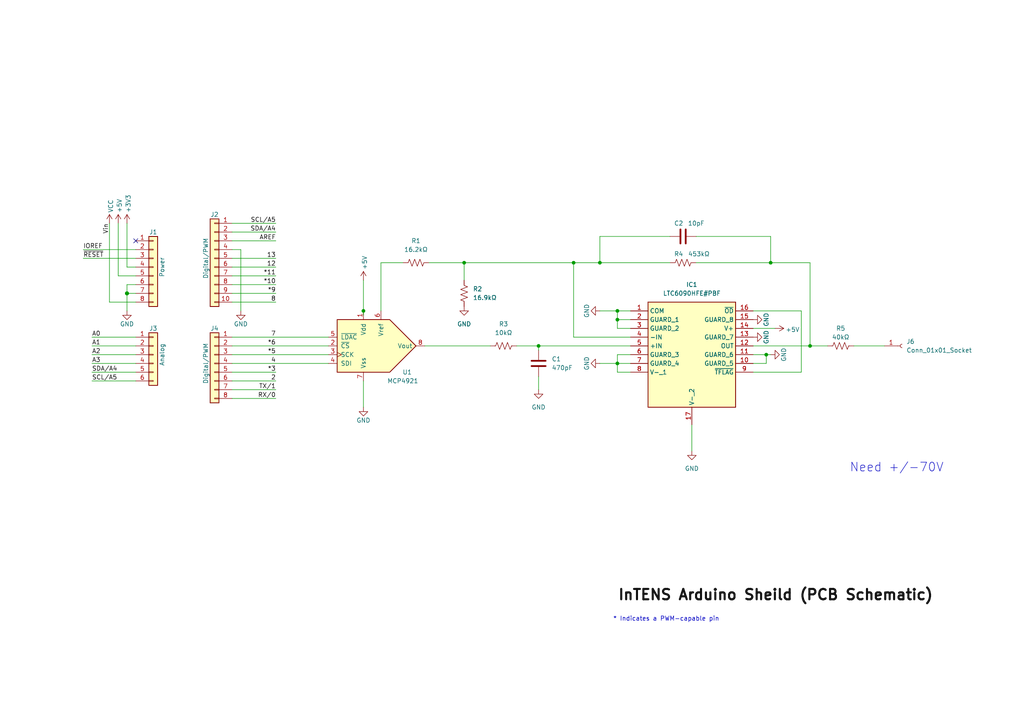
<source format=kicad_sch>
(kicad_sch (version 20230121) (generator eeschema)
  (paper "A4")
  (title_block (date "mar. 31 mars 2015"))
  (lib_symbols
    (symbol "Analog_DAC:MCP4921" (pin_names (offset 1.016))
      (property "Reference" "U" (at 6.35 10.795 0))
      (property "Value" "MCP4921" (at 6.35 8.89 0))
      (symbol "MCP4921_0_0"
        (polyline (pts (xy 15.24 0) (xy 7.62 7.62) (xy -7.62 7.62) (xy -7.62 -7.62) (xy 7.62 -7.62) (xy 15.24 0)) (stroke (width 0.254)) (fill (type background)))
      )
      (symbol "MCP4921_1_1"
        (pin power_in line (at 0 10.16 270) (length 2.54) (name "Vdd") (number "1"))
        (pin input line (at -10.16 0 0) (length 2.54) (name "~{CS}") (number "2"))
        (pin input clock (at -10.16 -2.54 0) (length 2.54) (name "SCK") (number "3"))
        (pin input line (at -10.16 -5.08 0) (length 2.54) (name "SDI") (number "4"))
        (pin input line (at -10.16 2.54 0) (length 2.54) (name "~{LDAC}") (number "5"))
        (pin power_in line (at 5.08 10.16 270) (length 2.54) (name "Vref") (number "6"))
        (pin power_in line (at 0 -10.16 90) (length 2.54) (name "Vss") (number "7"))
        (pin output line (at 17.78 0 180) (length 2.54) (name "Vout") (number "8"))
      )
    )
    (symbol "Connector:Conn_01x01_Socket" (pin_names (offset 1.016) hide)
      (property "Reference" "J" (at 0 2.54 0))
      (property "Value" "Conn_01x01_Socket" (at 0 -2.54 0))
      (symbol "Conn_01x01_Socket_1_1"
        (polyline (pts (xy -1.27 0) (xy -0.508 0)) (stroke (width 0.1524)))
        (arc (start 0 0.508) (mid -0.5058 0) (end 0 -0.508) (stroke (width 0.1524)))
        (pin passive line (at -5.08 0 0) (length 3.81) (name "Pin_1") (number "1"))
      )
    )
    (symbol "Connector_Generic:Conn_01x06" (pin_names (offset 1.016) hide)
      (property "Reference" "J" (at 0 7.62 0))
      (property "Value" "Conn_01x06" (at 0 -10.16 0))
      (symbol "Conn_01x06_1_1"
        (rectangle (start -1.27 -7.493) (end 0 -7.747) (stroke (width 0.1524)))
        (rectangle (start -1.27 -4.953) (end 0 -5.207) (stroke (width 0.1524)))
        (rectangle (start -1.27 -2.413) (end 0 -2.667) (stroke (width 0.1524)))
        (rectangle (start -1.27 0.127) (end 0 -0.127) (stroke (width 0.1524)))
        (rectangle (start -1.27 2.667) (end 0 2.413) (stroke (width 0.1524)))
        (rectangle (start -1.27 5.207) (end 0 4.953) (stroke (width 0.1524)))
        (rectangle (start -1.27 6.35) (end 1.27 -8.89) (stroke (width 0.254)) (fill (type background)))
        (pin passive line (at -5.08 5.08 0) (length 3.81) (name "Pin_1") (number "1"))
        (pin passive line (at -5.08 2.54 0) (length 3.81) (name "Pin_2") (number "2"))
        (pin passive line (at -5.08 0 0) (length 3.81) (name "Pin_3") (number "3"))
        (pin passive line (at -5.08 -2.54 0) (length 3.81) (name "Pin_4") (number "4"))
        (pin passive line (at -5.08 -5.08 0) (length 3.81) (name "Pin_5") (number "5"))
        (pin passive line (at -5.08 -7.62 0) (length 3.81) (name "Pin_6") (number "6"))
      )
    )
    (symbol "Connector_Generic:Conn_01x08" (pin_names (offset 1.016) hide)
      (property "Reference" "J" (at 0 10.16 0))
      (property "Value" "Conn_01x08" (at 0 -12.7 0))
      (symbol "Conn_01x08_1_1"
        (rectangle (start -1.27 -10.033) (end 0 -10.287) (stroke (width 0.1524)))
        (rectangle (start -1.27 -7.493) (end 0 -7.747) (stroke (width 0.1524)))
        (rectangle (start -1.27 -4.953) (end 0 -5.207) (stroke (width 0.1524)))
        (rectangle (start -1.27 -2.413) (end 0 -2.667) (stroke (width 0.1524)))
        (rectangle (start -1.27 0.127) (end 0 -0.127) (stroke (width 0.1524)))
        (rectangle (start -1.27 2.667) (end 0 2.413) (stroke (width 0.1524)))
        (rectangle (start -1.27 5.207) (end 0 4.953) (stroke (width 0.1524)))
        (rectangle (start -1.27 7.747) (end 0 7.493) (stroke (width 0.1524)))
        (rectangle (start -1.27 8.89) (end 1.27 -11.43) (stroke (width 0.254)) (fill (type background)))
        (pin passive line (at -5.08 7.62 0) (length 3.81) (name "Pin_1") (number "1"))
        (pin passive line (at -5.08 5.08 0) (length 3.81) (name "Pin_2") (number "2"))
        (pin passive line (at -5.08 2.54 0) (length 3.81) (name "Pin_3") (number "3"))
        (pin passive line (at -5.08 0 0) (length 3.81) (name "Pin_4") (number "4"))
        (pin passive line (at -5.08 -2.54 0) (length 3.81) (name "Pin_5") (number "5"))
        (pin passive line (at -5.08 -5.08 0) (length 3.81) (name "Pin_6") (number "6"))
        (pin passive line (at -5.08 -7.62 0) (length 3.81) (name "Pin_7") (number "7"))
        (pin passive line (at -5.08 -10.16 0) (length 3.81) (name "Pin_8") (number "8"))
      )
    )
    (symbol "Connector_Generic:Conn_01x10" (pin_names (offset 1.016) hide)
      (property "Reference" "J" (at 0 12.7 0))
      (property "Value" "Conn_01x10" (at 0 -15.24 0))
      (symbol "Conn_01x10_1_1"
        (rectangle (start -1.27 -12.573) (end 0 -12.827) (stroke (width 0.1524)))
        (rectangle (start -1.27 -10.033) (end 0 -10.287) (stroke (width 0.1524)))
        (rectangle (start -1.27 -7.493) (end 0 -7.747) (stroke (width 0.1524)))
        (rectangle (start -1.27 -4.953) (end 0 -5.207) (stroke (width 0.1524)))
        (rectangle (start -1.27 -2.413) (end 0 -2.667) (stroke (width 0.1524)))
        (rectangle (start -1.27 0.127) (end 0 -0.127) (stroke (width 0.1524)))
        (rectangle (start -1.27 2.667) (end 0 2.413) (stroke (width 0.1524)))
        (rectangle (start -1.27 5.207) (end 0 4.953) (stroke (width 0.1524)))
        (rectangle (start -1.27 7.747) (end 0 7.493) (stroke (width 0.1524)))
        (rectangle (start -1.27 10.287) (end 0 10.033) (stroke (width 0.1524)))
        (rectangle (start -1.27 11.43) (end 1.27 -13.97) (stroke (width 0.254)) (fill (type background)))
        (pin passive line (at -5.08 10.16 0) (length 3.81) (name "Pin_1") (number "1"))
        (pin passive line (at -5.08 -12.7 0) (length 3.81) (name "Pin_10") (number "10"))
        (pin passive line (at -5.08 7.62 0) (length 3.81) (name "Pin_2") (number "2"))
        (pin passive line (at -5.08 5.08 0) (length 3.81) (name "Pin_3") (number "3"))
        (pin passive line (at -5.08 2.54 0) (length 3.81) (name "Pin_4") (number "4"))
        (pin passive line (at -5.08 0 0) (length 3.81) (name "Pin_5") (number "5"))
        (pin passive line (at -5.08 -2.54 0) (length 3.81) (name "Pin_6") (number "6"))
        (pin passive line (at -5.08 -5.08 0) (length 3.81) (name "Pin_7") (number "7"))
        (pin passive line (at -5.08 -7.62 0) (length 3.81) (name "Pin_8") (number "8"))
        (pin passive line (at -5.08 -10.16 0) (length 3.81) (name "Pin_9") (number "9"))
      )
    )
    (symbol "Device:C" (pin_numbers hide) (pin_names (offset 0.254))
      (property "Reference" "C" (at 0.635 2.54 0))
      (property "Value" "C" (at 0.635 -2.54 0))
      (symbol "C_0_1"
        (polyline (pts (xy -2.032 -0.762) (xy 2.032 -0.762)) (stroke (width 0.508)))
        (polyline (pts (xy -2.032 0.762) (xy 2.032 0.762)) (stroke (width 0.508)))
      )
      (symbol "C_1_1"
        (pin passive line (at 0 3.81 270) (length 2.794) (name "~") (number "1"))
        (pin passive line (at 0 -3.81 90) (length 2.794) (name "~") (number "2"))
      )
    )
    (symbol "Device:R_US" (pin_numbers hide) (pin_names (offset 0))
      (property "Reference" "R" (at 2.54 0 90))
      (property "Value" "R_US" (at -2.54 0 90))
      (symbol "R_US_0_1"
        (polyline (pts (xy 0 -2.286) (xy 0 -2.54)))
        (polyline (pts (xy 0 2.286) (xy 0 2.54)))
        (polyline (pts (xy 0 -0.762) (xy 1.016 -1.143) (xy 0 -1.524) (xy -1.016 -1.905) (xy 0 -2.286)))
        (polyline (pts (xy 0 0.762) (xy 1.016 0.381) (xy 0 0) (xy -1.016 -0.381) (xy 0 -0.762)))
        (polyline (pts (xy 0 2.286) (xy 1.016 1.905) (xy 0 1.524) (xy -1.016 1.143) (xy 0 0.762)))
      )
      (symbol "R_US_1_1"
        (pin passive line (at 0 3.81 270) (length 1.27) (name "~") (number "1"))
        (pin passive line (at 0 -3.81 90) (length 1.27) (name "~") (number "2"))
      )
    )
    (symbol "LTC6090HFE#PBF:LTC6090HFE#PBF"
      (property "Reference" "IC" (at 31.75 7.62 0))
      (property "Value" "LTC6090HFE#PBF" (at 31.75 5.08 0))
      (symbol "LTC6090HFE#PBF_1_1"
        (rectangle (start 5.08 2.54) (end 30.48 -27.94) (stroke (width 0.254)) (fill (type background)))
        (pin passive line (at 0 0 0) (length 5.08) (name "COM") (number "1"))
        (pin passive line (at 35.56 -15.24 180) (length 5.08) (name "GUARD_5") (number "10"))
        (pin passive line (at 35.56 -12.7 180) (length 5.08) (name "GUARD_6") (number "11"))
        (pin passive line (at 35.56 -10.16 180) (length 5.08) (name "OUT") (number "12"))
        (pin passive line (at 35.56 -7.62 180) (length 5.08) (name "GUARD_7") (number "13"))
        (pin passive line (at 35.56 -5.08 180) (length 5.08) (name "V+") (number "14"))
        (pin passive line (at 35.56 -2.54 180) (length 5.08) (name "GUARD_8") (number "15"))
        (pin passive line (at 35.56 0 180) (length 5.08) (name "~{OD}") (number "16"))
        (pin passive line (at 17.78 -33.02 90) (length 5.08) (name "V-_2") (number "17"))
        (pin passive line (at 0 -2.54 0) (length 5.08) (name "GUARD_1") (number "2"))
        (pin passive line (at 0 -5.08 0) (length 5.08) (name "GUARD_2") (number "3"))
        (pin passive line (at 0 -7.62 0) (length 5.08) (name "-IN") (number "4"))
        (pin passive line (at 0 -10.16 0) (length 5.08) (name "+IN") (number "5"))
        (pin passive line (at 0 -12.7 0) (length 5.08) (name "GUARD_3") (number "6"))
        (pin passive line (at 0 -15.24 0) (length 5.08) (name "GUARD_4") (number "7"))
        (pin passive line (at 0 -17.78 0) (length 5.08) (name "V-_1") (number "8"))
        (pin passive line (at 35.56 -17.78 180) (length 5.08) (name "~{TFLAG}") (number "9"))
      )
    )
    (symbol "power:+3V3" (power) (pin_names (offset 0))
      (property "Value" "+3V3" (at 0 3.556 0))
      (symbol "+3V3_0_1"
        (polyline (pts (xy -0.762 1.27) (xy 0 2.54)))
        (polyline (pts (xy 0 0) (xy 0 2.54)))
        (polyline (pts (xy 0 2.54) (xy 0.762 1.27)))
      )
      (symbol "+3V3_1_1"
        (pin power_in line (at 0 0 90) (length 0) hide (name "+3V3") (number "1"))
      )
    )
    (symbol "power:+5V" (power) (pin_names (offset 0))
      (property "Value" "+5V" (at 0 3.556 0))
      (symbol "+5V_0_1"
        (polyline (pts (xy -0.762 1.27) (xy 0 2.54)))
        (polyline (pts (xy 0 0) (xy 0 2.54)))
        (polyline (pts (xy 0 2.54) (xy 0.762 1.27)))
      )
      (symbol "+5V_1_1"
        (pin power_in line (at 0 0 90) (length 0) hide (name "+5V") (number "1"))
      )
    )
    (symbol "power:GND" (power) (pin_names (offset 0))
      (property "Value" "GND" (at 0 -3.81 0))
      (symbol "GND_0_1"
        (polyline (pts (xy 0 0) (xy 0 -1.27) (xy 1.27 -1.27) (xy 0 -2.54) (xy -1.27 -1.27) (xy 0 -1.27)))
      )
      (symbol "GND_1_1"
        (pin power_in line (at 0 0 270) (length 0) hide (name "GND") (number "1"))
      )
    )
    (symbol "power:VCC" (power) (pin_names (offset 0))
      (property "Value" "VCC" (at 0 3.81 0))
      (symbol "VCC_0_1"
        (polyline (pts (xy -0.762 1.27) (xy 0 2.54)))
        (polyline (pts (xy 0 0) (xy 0 2.54)))
        (polyline (pts (xy 0 2.54) (xy 0.762 1.27)))
      )
      (symbol "VCC_1_1"
        (pin power_in line (at 0 0 90) (length 0) hide (name "VCC") (number "1"))
      )
    )
  )
  (junction (at 134.62 76.2))
  (junction (at 105.41 90.17))
  (junction (at 223.52 76.2))
  (junction (at 179.07 90.17))
  (junction (at 36.83 85.09) (diameter 1.016))
  (junction (at 166.37 76.2))
  (junction (at 179.07 105.41))
  (junction (at 234.95 100.33))
  (junction (at 173.99 76.2))
  (junction (at 156.21 100.33))
  (junction (at 179.07 92.71))
  (junction (at 222.25 102.87))
  (no_connect (at 39.37 69.85))
  (wire (pts (xy 67.31 115.57) (xy 80.01 115.57)))
  (wire (pts (xy 234.95 76.2) (xy 234.95 100.33)))
  (wire (pts (xy 218.44 95.25) (xy 224.79 95.25)))
  (wire (pts (xy 67.31 64.77) (xy 80.01 64.77)))
  (wire (pts (xy 182.88 102.87) (xy 179.07 102.87)))
  (wire (pts (xy 201.93 76.2) (xy 223.52 76.2)))
  (wire (pts (xy 105.41 81.28) (xy 105.41 90.17)))
  (wire (pts (xy 134.62 76.2) (xy 166.37 76.2)))
  (wire (pts (xy 36.83 82.55) (xy 36.83 85.09)))
  (wire (pts (xy 105.41 90.17) (xy 105.41 91.44)))
  (wire (pts (xy 26.67 110.49) (xy 39.37 110.49)))
  (wire (pts (xy 67.31 100.33) (xy 95.25 100.33)))
  (wire (pts (xy 179.07 90.17) (xy 182.88 90.17)))
  (wire (pts (xy 182.88 92.71) (xy 179.07 92.71)))
  (wire (pts (xy 36.83 85.09) (xy 36.83 90.17)))
  (wire (pts (xy 182.88 107.95) (xy 179.07 107.95)))
  (wire (pts (xy 36.83 77.47) (xy 39.37 77.47)))
  (wire (pts (xy 34.29 80.01) (xy 39.37 80.01)))
  (wire (pts (xy 173.99 76.2) (xy 194.31 76.2)))
  (wire (pts (xy 34.29 64.77) (xy 34.29 80.01)))
  (wire (pts (xy 179.07 95.25) (xy 179.07 92.71)))
  (wire (pts (xy 67.31 102.87) (xy 95.25 102.87)))
  (wire (pts (xy 67.31 74.93) (xy 80.01 74.93)))
  (wire (pts (xy 218.44 100.33) (xy 234.95 100.33)))
  (wire (pts (xy 36.83 64.77) (xy 36.83 77.47)))
  (wire (pts (xy 39.37 97.79) (xy 26.67 97.79)))
  (wire (pts (xy 67.31 77.47) (xy 80.01 77.47)))
  (wire (pts (xy 67.31 87.63) (xy 80.01 87.63)))
  (wire (pts (xy 173.99 90.17) (xy 179.07 90.17)))
  (wire (pts (xy 67.31 80.01) (xy 80.01 80.01)))
  (wire (pts (xy 24.13 72.39) (xy 39.37 72.39)))
  (wire (pts (xy 116.84 76.2) (xy 110.49 76.2)))
  (wire (pts (xy 223.52 68.58) (xy 223.52 76.2)))
  (wire (pts (xy 69.85 72.39) (xy 69.85 90.17)))
  (wire (pts (xy 232.41 90.17) (xy 218.44 90.17)))
  (wire (pts (xy 67.31 69.85) (xy 80.01 69.85)))
  (wire (pts (xy 179.07 102.87) (xy 179.07 105.41)))
  (wire (pts (xy 166.37 76.2) (xy 173.99 76.2)))
  (wire (pts (xy 39.37 102.87) (xy 26.67 102.87)))
  (wire (pts (xy 24.13 74.93) (xy 39.37 74.93)))
  (wire (pts (xy 179.07 107.95) (xy 179.07 105.41)))
  (wire (pts (xy 39.37 85.09) (xy 36.83 85.09)))
  (wire (pts (xy 67.31 82.55) (xy 80.01 82.55)))
  (wire (pts (xy 149.86 100.33) (xy 156.21 100.33)))
  (wire (pts (xy 182.88 97.79) (xy 166.37 97.79)))
  (wire (pts (xy 182.88 95.25) (xy 179.07 95.25)))
  (wire (pts (xy 39.37 87.63) (xy 31.75 87.63)))
  (wire (pts (xy 166.37 97.79) (xy 166.37 76.2)))
  (wire (pts (xy 26.67 100.33) (xy 39.37 100.33)))
  (wire (pts (xy 67.31 97.79) (xy 95.25 97.79)))
  (wire (pts (xy 234.95 100.33) (xy 240.03 100.33)))
  (wire (pts (xy 247.65 100.33) (xy 256.54 100.33)))
  (wire (pts (xy 218.44 102.87) (xy 222.25 102.87)))
  (wire (pts (xy 67.31 85.09) (xy 80.01 85.09)))
  (wire (pts (xy 232.41 107.95) (xy 232.41 90.17)))
  (wire (pts (xy 222.25 102.87) (xy 222.25 105.41)))
  (wire (pts (xy 201.93 68.58) (xy 223.52 68.58)))
  (wire (pts (xy 67.31 72.39) (xy 69.85 72.39)))
  (wire (pts (xy 218.44 105.41) (xy 222.25 105.41)))
  (wire (pts (xy 39.37 82.55) (xy 36.83 82.55)))
  (wire (pts (xy 218.44 107.95) (xy 232.41 107.95)))
  (wire (pts (xy 179.07 105.41) (xy 182.88 105.41)))
  (wire (pts (xy 182.88 100.33) (xy 156.21 100.33)))
  (wire (pts (xy 124.46 76.2) (xy 134.62 76.2)))
  (wire (pts (xy 222.25 102.87) (xy 223.52 102.87)))
  (wire (pts (xy 173.99 68.58) (xy 173.99 76.2)))
  (wire (pts (xy 26.67 105.41) (xy 39.37 105.41)))
  (wire (pts (xy 105.41 110.49) (xy 105.41 118.11)))
  (wire (pts (xy 200.66 123.19) (xy 200.66 130.81)))
  (wire (pts (xy 156.21 109.22) (xy 156.21 113.03)))
  (wire (pts (xy 194.31 68.58) (xy 173.99 68.58)))
  (wire (pts (xy 67.31 67.31) (xy 80.01 67.31)))
  (wire (pts (xy 67.31 110.49) (xy 80.01 110.49)))
  (wire (pts (xy 173.99 105.41) (xy 179.07 105.41)))
  (wire (pts (xy 67.31 107.95) (xy 80.01 107.95)))
  (wire (pts (xy 179.07 90.17) (xy 179.07 92.71)))
  (wire (pts (xy 110.49 76.2) (xy 110.49 90.17)))
  (wire (pts (xy 67.31 105.41) (xy 95.25 105.41)))
  (wire (pts (xy 67.31 113.03) (xy 80.01 113.03)))
  (wire (pts (xy 31.75 87.63) (xy 31.75 64.77)))
  (wire (pts (xy 39.37 107.95) (xy 26.67 107.95)))
  (wire (pts (xy 123.19 100.33) (xy 142.24 100.33)))
  (wire (pts (xy 134.62 76.2) (xy 134.62 81.28)))
  (wire (pts (xy 156.21 100.33) (xy 156.21 101.6)))
  (wire (pts (xy 223.52 76.2) (xy 234.95 76.2)))
  (text "Need +/-70V" (at 246.38 137.16 0) (effects (font (size 2.54 2.54)) (justify left bottom)))
  (text "* Indicates a PWM-capable pin" (at 177.8 180.34 0) (effects (font (size 1.27 1.27)) (justify left bottom)))
  (label "RX{slash}0" (at 80.01 115.57 180))
  (label "A2" (at 26.67 102.87 0))
  (label "4" (at 80.01 105.41 180))
  (label "2" (at 80.01 110.49 180))
  (label "A3" (at 26.67 105.41 0))
  (label "13" (at 80.01 74.93 180))
  (label "12" (at 80.01 77.47 180))
  (label "~{RESET}" (at 24.13 74.93 0))
  (label "*10" (at 80.01 82.55 180))
  (label "InTENS Arduino Sheild (PCB Schematic)" (at 179.07 175.26 0) (effects (font (size 3 3) (thickness 0.6) bold)))
  (label "7" (at 80.01 97.79 180))
  (label "SDA{slash}A4" (at 80.01 67.31 180))
  (label "8" (at 80.01 87.63 180))
  (label "*11" (at 80.01 80.01 180))
  (label "*3" (at 80.01 107.95 180))
  (label "A1" (at 26.67 100.33 0))
  (label "TX{slash}1" (at 80.01 113.03 180))
  (label "A0" (at 26.67 97.79 0))
  (label "AREF" (at 80.01 69.85 180))
  (label "Vin" (at 31.75 64.77 270))
  (label "*6" (at 80.01 100.33 180))
  (label "SCL{slash}A5" (at 80.01 64.77 180))
  (label "*9" (at 80.01 85.09 180))
  (label "*5" (at 80.01 102.87 180))
  (label "IOREF" (at 24.13 72.39 0))
  (label "SDA{slash}A4" (at 26.67 107.95 0))
  (label "SCL{slash}A5" (at 26.67 110.49 0))
  (symbol (lib_id "Connector_Generic:Conn_01x08") (at 44.45 77.47 0) (unit 1)
    (property "Reference" "J1" (at 44.45 67.31 0))
    (property "Value" "Power" (at 46.99 77.47 90))
    (property "Footprint" "Connector_PinSocket_2.54mm:PinSocket_1x08_P2.54mm_Vertical" (effects hide))
  )
  (symbol (lib_id "power:+3V3") (at 36.83 64.77 0) (unit 1)
    (property "Reference" "#PWR03" (effects hide))
    (property "Value" "+3.3V" (at 37.211 61.722 90) (effects (justify left)))
  )
  (symbol (lib_id "power:+5V") (at 34.29 64.77 0) (unit 1)
    (property "Reference" "#PWR02" (effects hide))
    (property "Value" "+5V" (at 34.6456 61.722 90) (effects (justify left)))
  )
  (symbol (lib_id "power:GND") (at 36.83 90.17 0) (unit 1)
    (property "Reference" "#PWR04" (effects hide))
    (property "Value" "GND" (at 36.83 93.98 0))
  )
  (symbol (lib_id "Connector_Generic:Conn_01x10") (at 62.23 74.93 0) (mirror y) (unit 1)
    (property "Reference" "J2" (at 62.23 62.23 0))
    (property "Value" "Digital/PWM" (at 59.69 74.93 90))
    (property "Footprint" "Connector_PinSocket_2.54mm:PinSocket_1x10_P2.54mm_Vertical" (effects hide))
  )
  (symbol (lib_id "power:GND") (at 69.85 90.17 0) (unit 1)
    (property "Reference" "#PWR05" (effects hide))
    (property "Value" "GND" (at 69.85 93.98 0))
  )
  (symbol (lib_id "Connector_Generic:Conn_01x06") (at 44.45 102.87 0) (unit 1)
    (property "Reference" "J3" (at 44.45 95.25 0))
    (property "Value" "Analog" (at 46.99 102.87 90))
    (property "Footprint" "Connector_PinSocket_2.54mm:PinSocket_1x06_P2.54mm_Vertical" (effects hide))
  )
  (symbol (lib_id "Connector_Generic:Conn_01x08") (at 62.23 105.41 0) (mirror y) (unit 1)
    (property "Reference" "J4" (at 62.23 95.25 0))
    (property "Value" "Digital/PWM" (at 59.69 105.41 90))
    (property "Footprint" "Connector_PinSocket_2.54mm:PinSocket_1x08_P2.54mm_Vertical" (effects hide))
  )
  (symbol (lib_id "power:+5V") (at 105.41 81.28 0) (unit 1)
    (property "Reference" "#PWR07" (effects hide))
    (property "Value" "+5V" (at 105.7656 78.232 90) (effects (justify left)))
  )
  (symbol (lib_id "power:GND") (at 218.44 97.79 90) (unit 1)
    (property "Reference" "#PWR013" (effects hide))
    (property "Value" "GND" (at 222.25 97.79 0))
  )
  (symbol (lib_id "power:GND") (at 105.41 118.11 0) (unit 1)
    (property "Reference" "#PWR09" (effects hide))
    (property "Value" "GND" (at 105.41 121.92 0))
  )
  (symbol (lib_id "power:GND") (at 173.99 105.41 270) (unit 1)
    (property "Reference" "#PWR011" (effects hide))
    (property "Value" "GND" (at 170.18 105.41 0))
  )
  (symbol (lib_id "Device:C") (at 156.21 105.41 0) (unit 1)
    (property "Reference" "C1" (at 160.02 104.14 0) (effects (justify left)))
    (property "Value" "470pF" (at 160.02 106.68 0) (effects (justify left)))
    (property "Footprint" "Capacitor_THT:C_Axial_L3.8mm_D2.6mm_P12.50mm_Horizontal" (effects hide))
  )
  (symbol (lib_id "power:VCC") (at 31.75 64.77 0) (unit 1)
    (property "Reference" "#PWR01" (effects hide))
    (property "Value" "VCC" (at 32.131 61.722 90) (effects (justify left)))
  )
  (symbol (lib_id "Connector:Conn_01x01_Socket") (at 261.62 100.33 0) (unit 1)
    (property "Reference" "J6" (at 262.89 99.06 0) (effects (justify left)))
    (property "Value" "Conn_01x01_Socket" (at 262.89 101.6 0) (effects (justify left)))
    (property "Footprint" "Connector_Wuerth:Wuerth_WR-WTB_64800211622_1x02_P1.50mm_Vertical" (effects hide))
  )
  (symbol (lib_id "Device:R_US") (at 198.12 76.2 90) (unit 1)
    (property "Reference" "R4" (at 196.85 73.66 90))
    (property "Value" "453kΩ " (at 203.2 73.66 90))
    (property "Footprint" "Resistor_THT:R_Axial_DIN0309_L9.0mm_D3.2mm_P12.70mm_Horizontal" (effects hide))
  )
  (symbol (lib_id "LTC6090HFE#PBF:LTC6090HFE#PBF") (at 182.88 90.17 0) (unit 1)
    (property "Reference" "IC1" (at 200.66 82.55 0))
    (property "Value" "LTC6090HFE#PBF" (at 200.66 85.09 0))
    (property "Footprint" "SOP65P640X110-17N" (effects hide))
    (property "Datasheet" "https://www.arrow.com/en/products/ltc6090hfepbf/analog-devices" (effects hide))
    (property "Height" "1.1" (effects hide))
    (property "Mouser Part Number" "584-LTC6090HFE#PBF" (effects hide))
    (property "Mouser Price/Stock" "https://www.mouser.co.uk/ProductDetail/Analog-Devices/LTC6090HFEPBF?qs=hVkxg5c3xu8LWw7HjMOk6Q%3D%3D" (effects hide))
    (property "Manufacturer_Name" "Analog Devices" (effects hide))
    (property "Manufacturer_Part_Number" "LTC6090HFE#PBF" (effects hide))
  )
  (symbol (lib_id "power:GND") (at 218.44 92.71 90) (unit 1)
    (property "Reference" "#PWR012" (effects hide))
    (property "Value" "GND" (at 222.25 92.71 0))
  )
  (symbol (lib_id "power:GND") (at 173.99 90.17 270) (unit 1)
    (property "Reference" "#PWR010" (effects hide))
    (property "Value" "GND" (at 170.18 90.17 0))
  )
  (symbol (lib_id "Device:R_US") (at 120.65 76.2 270) (unit 1)
    (property "Reference" "R1" (at 120.65 69.85 90))
    (property "Value" "16.2kΩ" (at 120.65 72.39 90))
    (property "Footprint" "Resistor_THT:R_Axial_DIN0309_L9.0mm_D3.2mm_P12.70mm_Horizontal" (effects hide))
  )
  (symbol (lib_id "power:GND") (at 134.62 88.9 0) (unit 1)
    (property "Reference" "#PWR016" (effects hide))
    (property "Value" "GND" (at 134.62 93.98 0))
  )
  (symbol (lib_id "power:GND") (at 223.52 102.87 90) (unit 1)
    (property "Reference" "#PWR015" (effects hide))
    (property "Value" "GND" (at 227.33 102.87 0))
  )
  (symbol (lib_id "Device:C") (at 198.12 68.58 90) (unit 1)
    (property "Reference" "C2" (at 196.85 64.77 90))
    (property "Value" "10pF" (at 201.93 64.77 90))
    (property "Footprint" "Capacitor_THT:C_Axial_L3.8mm_D2.6mm_P12.50mm_Horizontal" (effects hide))
  )
  (symbol (lib_id "Device:R_US") (at 243.84 100.33 90) (unit 1)
    (property "Reference" "R5" (at 243.84 95.25 90))
    (property "Value" "40kΩ" (at 243.84 97.79 90))
    (property "Footprint" "Resistor_THT:R_Axial_DIN0309_L9.0mm_D3.2mm_P12.70mm_Horizontal" (effects hide))
  )
  (symbol (lib_id "power:GND") (at 200.66 130.81 0) (unit 1)
    (property "Reference" "#PWR08" (effects hide))
    (property "Value" "GND" (at 200.66 135.89 0))
  )
  (symbol (lib_id "Analog_DAC:MCP4921") (at 105.41 100.33 0) (unit 1)
    (property "Reference" "U1" (at 118.11 107.95 0))
    (property "Value" "MCP4921" (at 116.84 110.49 0))
    (property "Footprint" "MCP4921_Mouser:DIP781W56P254L950H533Q8N" (effects hide))
    (property "Datasheet" "http://ww1.microchip.com/downloads/en/DeviceDoc/22248a.pdf" (effects hide))
  )
  (symbol (lib_id "power:+5V") (at 224.79 95.25 270) (unit 1)
    (property "Reference" "#PWR06" (effects hide))
    (property "Value" "+5V" (at 227.838 95.6056 90) (effects (justify left)))
  )
  (symbol (lib_id "Device:R_US") (at 134.62 85.09 180) (unit 1)
    (property "Reference" "R2" (at 137.16 83.82 0) (effects (justify right)))
    (property "Value" "16.9kΩ" (at 137.16 86.36 0) (effects (justify right)))
    (property "Footprint" "Resistor_THT:R_Axial_DIN0309_L9.0mm_D3.2mm_P12.70mm_Horizontal" (effects hide))
  )
  (symbol (lib_id "Device:R_US") (at 146.05 100.33 90) (unit 1)
    (property "Reference" "R3" (at 146.05 93.98 90))
    (property "Value" "10kΩ" (at 146.05 96.52 90))
    (property "Footprint" "Resistor_THT:R_Axial_DIN0309_L9.0mm_D3.2mm_P12.70mm_Horizontal" (effects hide))
  )
  (symbol (lib_id "power:GND") (at 156.21 113.03 0) (unit 1)
    (property "Reference" "#PWR014" (effects hide))
    (property "Value" "GND" (at 156.21 118.11 0))
  )
)
</source>
